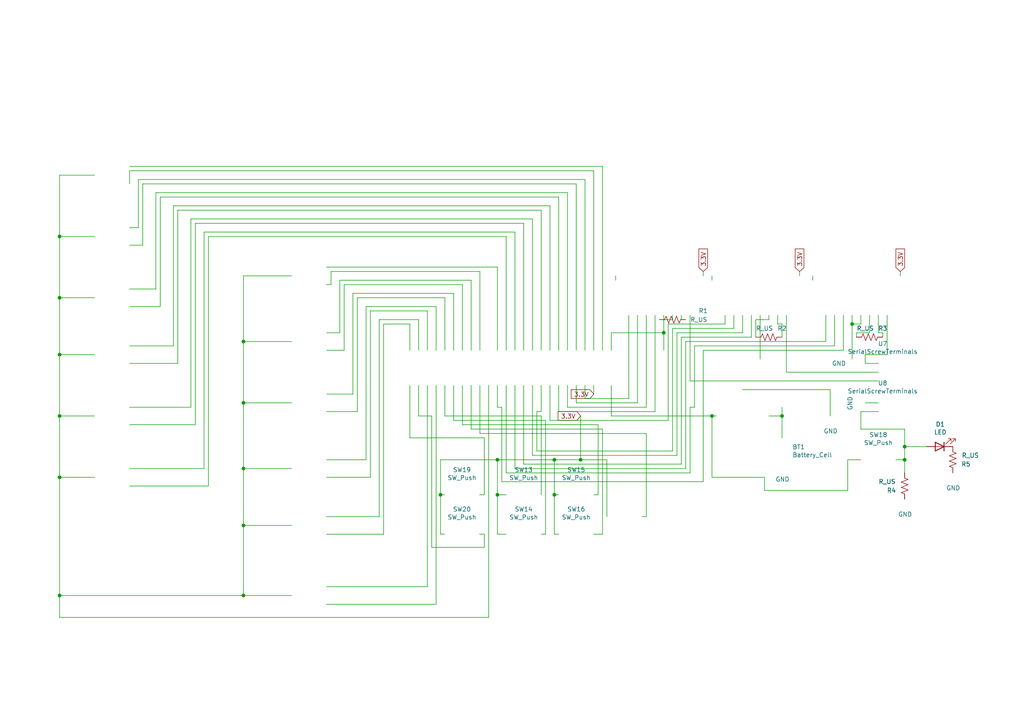
<source format=kicad_sch>
(kicad_sch (version 20211123) (generator eeschema)
  (paper "A4")
  (title_block (title "Launchbox") (date "2020-09-14") (rev "v01") (comment 4 "Author: Ankit Khandelwal"))
  (lib_symbols
    (symbol "Device:LED" (pin_numbers hide) (pin_names (offset 1.016) hide)
      (property "Reference" "D" (at 0 2.54 0))
      (property "Value" "LED" (at 0 -2.54 0))
      (symbol "LED_0_1"
        (polyline (pts (xy -1.27 -1.27) (xy -1.27 1.27)) (stroke (width 0.254)))
        (polyline (pts (xy -1.27 0) (xy 1.27 0)))
        (polyline (pts (xy 1.27 -1.27) (xy 1.27 1.27) (xy -1.27 0) (xy 1.27 -1.27)) (stroke (width 0.254)))
        (polyline (pts (xy -3.048 -0.762) (xy -4.572 -2.286) (xy -3.81 -2.286) (xy -4.572 -2.286) (xy -4.572 -1.524)))
        (polyline (pts (xy -1.778 -0.762) (xy -3.302 -2.286) (xy -2.54 -2.286) (xy -3.302 -2.286) (xy -3.302 -1.524)))
      )
      (symbol "LED_1_1"
        (pin passive line (at -3.81 0 0) (length 2.54) (name "K") (number "1"))
        (pin passive line (at 3.81 0 180) (length 2.54) (name "A") (number "2"))
      )
    )
    (symbol "Device:R_US" (pin_numbers hide) (pin_names (offset 0))
      (property "Reference" "R" (at 2.54 0 90))
      (property "Value" "R_US" (at -2.54 0 90))
      (symbol "R_US_0_1"
        (polyline (pts (xy 0 -2.286) (xy 0 -2.54)))
        (polyline (pts (xy 0 2.286) (xy 0 2.54)))
        (polyline (pts (xy 0 -0.762) (xy 1.016 -1.143) (xy 0 -1.524) (xy -1.016 -1.905) (xy 0 -2.286)))
        (polyline (pts (xy 0 0.762) (xy 1.016 0.381) (xy 0 0) (xy -1.016 -0.381) (xy 0 -0.762)))
        (polyline (pts (xy 0 2.286) (xy 1.016 1.905) (xy 0 1.524) (xy -1.016 1.143) (xy 0 0.762)))
      )
      (symbol "R_US_1_1"
        (pin passive line (at 0 3.81 270) (length 1.27) (name "~") (number "1"))
        (pin passive line (at 0 -3.81 90) (length 1.27) (name "~") (number "2"))
      )
    )
  )
  (junction (at 168.402 133.35))
  (junction (at 262.382 133.35))
  (junction (at 247.142 93.98))
  (junction (at 262.382 129.54))
  (junction (at 160.782 143.51))
  (junction (at 17.272 138.43))
  (junction (at 206.502 120.65))
  (junction (at 70.612 116.84))
  (junction (at 127.762 143.51))
  (junction (at 226.822 120.65))
  (junction (at 70.612 152.4))
  (junction (at 192.532 96.52))
  (junction (at 70.612 135.89))
  (junction (at 17.272 102.87))
  (junction (at 17.272 120.65))
  (junction (at 70.612 99.06))
  (junction (at 160.782 133.35))
  (junction (at 17.272 86.36))
  (junction (at 17.272 172.72))
  (junction (at 17.272 68.58))
  (junction (at 144.272 143.51))
  (junction (at 144.272 133.35))
  (junction (at 70.612 172.72))
  (wire (pts (xy 210.312 93.98) (xy 210.312 91.44)))
  (wire (pts (xy 127.762 154.94) (xy 128.905 154.94)))
  (wire (pts (xy 70.612 99.06) (xy 70.612 116.84)))
  (wire (pts (xy 140.462 154.94) (xy 140.462 158.75)))
  (wire (pts (xy 169.672 111.76) (xy 169.672 115.57)))
  (wire (pts (xy 123.952 90.17) (xy 123.952 101.6)))
  (wire (pts (xy 252.222 96.52) (xy 252.222 91.44)))
  (wire (pts (xy 158.242 121.92) (xy 131.572 121.92)))
  (wire (pts (xy 84.582 99.06) (xy 70.612 99.06)))
  (wire (pts (xy 155.702 130.81) (xy 195.072 130.81)))
  (wire (pts (xy 102.362 114.3) (xy 102.362 85.09)))
  (wire (pts (xy 107.442 90.17) (xy 123.952 90.17)))
  (wire (pts (xy 41.402 53.34) (xy 167.132 53.34)))
  (wire (pts (xy 27.432 86.36) (xy 17.272 86.36)))
  (wire (pts (xy 102.362 85.09) (xy 131.572 85.09)))
  (wire (pts (xy 223.012 92.71) (xy 223.012 91.44)))
  (wire (pts (xy 219.202 97.79) (xy 219.202 92.71)))
  (wire (pts (xy 231.902 80.01) (xy 231.902 78.74)))
  (wire (pts (xy 247.142 93.98) (xy 247.142 104.14)))
  (wire (pts (xy 245.872 142.24) (xy 245.872 133.35)))
  (wire (pts (xy 262.382 133.35) (xy 262.382 137.16)))
  (wire (pts (xy 206.502 138.43) (xy 221.742 138.43)))
  (wire (pts (xy 221.742 138.43) (xy 221.742 142.24)))
  (wire (pts (xy 149.352 135.89) (xy 198.882 135.89)))
  (wire (pts (xy 186.182 149.86) (xy 187.452 149.86)))
  (wire (pts (xy 60.452 140.97) (xy 60.452 68.58)))
  (wire (pts (xy 126.492 175.26) (xy 126.492 111.76)))
  (wire (pts (xy 168.402 120.65) (xy 168.402 133.35)))
  (wire (pts (xy 139.065 143.51) (xy 140.462 143.51)))
  (wire (pts (xy 221.742 142.24) (xy 245.872 142.24)))
  (wire (pts (xy 228.092 91.44) (xy 228.092 107.95)))
  (wire (pts (xy 206.502 120.65) (xy 206.502 138.43)))
  (wire (pts (xy 249.682 124.46) (xy 249.682 119.38)))
  (wire (pts (xy 127.762 133.35) (xy 127.762 143.51)))
  (wire (pts (xy 99.822 82.55) (xy 134.112 82.55)))
  (wire (pts (xy 70.612 80.01) (xy 70.612 99.06)))
  (wire (pts (xy 84.582 116.84) (xy 70.612 116.84)))
  (wire (pts (xy 192.532 91.44) (xy 192.532 96.52)))
  (wire (pts (xy 129.032 86.36) (xy 129.032 101.6)))
  (wire (pts (xy 212.852 95.25) (xy 212.852 91.44)))
  (wire (pts (xy 17.272 172.72) (xy 17.272 179.07)))
  (wire (pts (xy 51.562 105.41) (xy 51.562 60.96)))
  (wire (pts (xy 118.872 127) (xy 118.872 111.76)))
  (wire (pts (xy 169.672 52.07) (xy 169.672 101.6)))
  (wire (pts (xy 173.482 143.51) (xy 173.482 123.19)))
  (wire (pts (xy 96.012 82.55) (xy 96.012 78.74)))
  (wire (pts (xy 70.612 172.72) (xy 84.582 172.72)))
  (wire (pts (xy 46.482 57.15) (xy 162.052 57.15)))
  (wire (pts (xy 51.562 60.96) (xy 156.972 60.96)))
  (wire (pts (xy 99.822 101.6) (xy 99.822 82.55)))
  (wire (pts (xy 94.742 119.38) (xy 103.632 119.38)))
  (wire (pts (xy 154.432 63.5) (xy 154.432 101.6)))
  (wire (pts (xy 160.782 133.35) (xy 168.402 133.35)))
  (wire (pts (xy 262.382 124.46) (xy 249.682 124.46)))
  (wire (pts (xy 144.272 133.35) (xy 160.782 133.35)))
  (wire (pts (xy 250.952 116.84) (xy 254.762 116.84)))
  (wire (pts (xy 41.402 71.12) (xy 41.402 53.34)))
  (wire (pts (xy 37.592 49.53) (xy 172.212 49.53)))
  (wire (pts (xy 154.432 132.08) (xy 154.432 111.76)))
  (wire (pts (xy 162.052 143.51) (xy 160.782 143.51)))
  (wire (pts (xy 156.972 119.38) (xy 155.702 119.38)))
  (wire (pts (xy 70.612 135.89) (xy 70.612 152.4)))
  (wire (pts (xy 235.712 80.01) (xy 235.712 81.28)))
  (wire (pts (xy 257.302 91.44) (xy 257.302 102.87)))
  (wire (pts (xy 94.742 96.52) (xy 98.552 96.52)))
  (wire (pts (xy 70.612 152.4) (xy 70.612 172.72)))
  (wire (pts (xy 203.962 101.6) (xy 203.962 139.7)))
  (wire (pts (xy 187.452 125.73) (xy 139.192 125.73)))
  (wire (pts (xy 27.432 120.65) (xy 17.272 120.65)))
  (wire (pts (xy 215.392 91.44) (xy 215.392 96.52)))
  (wire (pts (xy 59.182 135.89) (xy 59.182 67.31)))
  (wire (pts (xy 111.252 93.98) (xy 118.872 93.98)))
  (wire (pts (xy 149.352 67.31) (xy 149.352 101.6)))
  (wire (pts (xy 196.342 132.08) (xy 154.432 132.08)))
  (wire (pts (xy 70.612 116.84) (xy 70.612 135.89)))
  (wire (pts (xy 45.212 55.88) (xy 164.592 55.88)))
  (wire (pts (xy 37.592 88.9) (xy 46.482 88.9)))
  (wire (pts (xy 201.422 118.11) (xy 200.152 118.11)))
  (wire (pts (xy 225.552 93.98) (xy 226.822 93.98)))
  (wire (pts (xy 206.502 120.65) (xy 207.772 120.65)))
  (wire (pts (xy 84.582 152.4) (xy 70.612 152.4)))
  (wire (pts (xy 248.412 97.79) (xy 248.412 96.52)))
  (wire (pts (xy 144.272 133.35) (xy 144.272 143.51)))
  (wire (pts (xy 156.972 60.96) (xy 156.972 101.6)))
  (wire (pts (xy 94.742 133.35) (xy 106.172 133.35)))
  (wire (pts (xy 27.432 68.58) (xy 17.272 68.58)))
  (wire (pts (xy 136.652 124.46) (xy 136.652 111.76)))
  (wire (pts (xy 191.262 92.71) (xy 195.072 92.71)))
  (wire (pts (xy 131.572 85.09) (xy 131.572 101.6)))
  (wire (pts (xy 228.092 107.95) (xy 254.762 107.95)))
  (wire (pts (xy 250.952 105.41) (xy 250.952 102.87)))
  (wire (pts (xy 98.552 81.28) (xy 136.652 81.28)))
  (wire (pts (xy 127.762 133.35) (xy 144.272 133.35)))
  (wire (pts (xy 139.192 78.74) (xy 139.192 101.6)))
  (wire (pts (xy 174.752 101.6) (xy 174.752 48.26)))
  (wire (pts (xy 94.742 138.43) (xy 107.442 138.43)))
  (wire (pts (xy 141.732 111.76) (xy 141.732 179.07)))
  (wire (pts (xy 129.032 120.65) (xy 129.032 111.76)))
  (wire (pts (xy 140.462 158.75) (xy 125.222 158.75)))
  (wire (pts (xy 197.612 134.62) (xy 197.612 97.79)))
  (wire (pts (xy 56.642 64.77) (xy 151.892 64.77)))
  (wire (pts (xy 200.152 118.11) (xy 200.152 137.16)))
  (wire (pts (xy 27.432 102.87) (xy 17.272 102.87)))
  (wire (pts (xy 107.442 138.43) (xy 107.442 90.17)))
  (wire (pts (xy 56.642 123.19) (xy 56.642 64.77)))
  (wire (pts (xy 27.432 138.43) (xy 17.272 138.43)))
  (wire (pts (xy 200.152 91.44) (xy 200.152 110.49)))
  (wire (pts (xy 195.072 92.71) (xy 195.072 91.44)))
  (wire (pts (xy 159.512 59.69) (xy 159.512 101.6)))
  (wire (pts (xy 151.892 134.62) (xy 197.612 134.62)))
  (wire (pts (xy 94.742 175.26) (xy 126.492 175.26)))
  (wire (pts (xy 17.272 120.65) (xy 17.272 138.43)))
  (wire (pts (xy 37.592 48.26) (xy 174.752 48.26)))
  (wire (pts (xy 156.972 120.65) (xy 129.032 120.65)))
  (wire (pts (xy 249.682 93.98) (xy 247.142 93.98)))
  (wire (pts (xy 169.672 115.57) (xy 182.372 115.57)))
  (wire (pts (xy 249.682 119.38) (xy 254.762 119.38)))
  (wire (pts (xy 162.052 119.38) (xy 189.992 119.38)))
  (wire (pts (xy 121.412 92.71) (xy 121.412 101.6)))
  (wire (pts (xy 172.212 111.76) (xy 172.212 114.3)))
  (wire (pts (xy 37.592 105.41) (xy 51.562 105.41)))
  (wire (pts (xy 156.972 111.76) (xy 156.972 119.38)))
  (wire (pts (xy 226.822 120.65) (xy 226.822 127)))
  (wire (pts (xy 151.892 64.77) (xy 151.892 101.6)))
  (wire (pts (xy 262.382 133.35) (xy 262.382 129.54)))
  (wire (pts (xy 37.592 135.89) (xy 59.182 135.89)))
  (wire (pts (xy 40.132 52.07) (xy 169.672 52.07)))
  (wire (pts (xy 37.592 118.11) (xy 55.372 118.11)))
  (wire (pts (xy 126.492 88.9) (xy 126.492 101.6)))
  (wire (pts (xy 146.812 137.16) (xy 146.812 111.76)))
  (wire (pts (xy 17.272 172.72) (xy 70.612 172.72)))
  (wire (pts (xy 226.822 120.65) (xy 223.012 120.65)))
  (wire (pts (xy 46.482 88.9) (xy 46.482 57.15)))
  (wire (pts (xy 164.592 118.11) (xy 187.452 118.11)))
  (wire (pts (xy 17.272 50.8) (xy 27.432 50.8)))
  (wire (pts (xy 121.412 120.65) (xy 121.412 111.76)))
  (wire (pts (xy 242.062 100.33) (xy 201.422 100.33)))
  (wire (pts (xy 60.452 68.58) (xy 146.812 68.58)))
  (wire (pts (xy 176.022 149.86) (xy 176.022 133.35)))
  (wire (pts (xy 125.222 158.75) (xy 125.222 120.65)))
  (wire (pts (xy 247.142 91.44) (xy 247.142 93.98)))
  (wire (pts (xy 160.782 143.51) (xy 160.782 154.94)))
  (wire (pts (xy 134.112 82.55) (xy 134.112 101.6)))
  (wire (pts (xy 184.912 116.84) (xy 184.912 91.44)))
  (wire (pts (xy 139.192 125.73) (xy 139.192 111.76)))
  (wire (pts (xy 159.512 111.76) (xy 159.512 121.92)))
  (wire (pts (xy 189.992 119.38) (xy 189.992 91.44)))
  (wire (pts (xy 37.592 123.19) (xy 56.642 123.19)))
  (wire (pts (xy 167.132 111.76) (xy 167.132 116.84)))
  (wire (pts (xy 94.742 170.18) (xy 123.952 170.18)))
  (wire (pts (xy 198.882 99.06) (xy 239.522 99.06)))
  (wire (pts (xy 159.512 121.92) (xy 193.802 121.92)))
  (wire (pts (xy 240.792 113.03) (xy 240.792 120.65)))
  (wire (pts (xy 203.962 80.01) (xy 203.962 78.74)))
  (wire (pts (xy 254.762 96.52) (xy 256.032 96.52)))
  (wire (pts (xy 106.172 88.9) (xy 126.492 88.9)))
  (wire (pts (xy 146.812 68.58) (xy 146.812 101.6)))
  (wire (pts (xy 17.272 102.87) (xy 17.272 120.65)))
  (wire (pts (xy 160.782 143.51) (xy 160.782 133.35)))
  (wire (pts (xy 109.982 149.86) (xy 109.982 92.71)))
  (wire (pts (xy 45.212 83.82) (xy 45.212 55.88)))
  (wire (pts (xy 177.292 101.6) (xy 177.292 96.52)))
  (wire (pts (xy 178.562 81.28) (xy 178.562 80.01)))
  (wire (pts (xy 177.292 120.65) (xy 206.502 120.65)))
  (wire (pts (xy 50.292 59.69) (xy 159.512 59.69)))
  (wire (pts (xy 219.202 92.71) (xy 223.012 92.71)))
  (wire (pts (xy 172.212 49.53) (xy 172.212 101.6)))
  (wire (pts (xy 55.372 118.11) (xy 55.372 63.5)))
  (wire (pts (xy 109.982 92.71) (xy 121.412 92.71)))
  (wire (pts (xy 200.152 110.49) (xy 254.762 110.49)))
  (wire (pts (xy 200.152 137.16) (xy 146.812 137.16)))
  (wire (pts (xy 197.612 91.44) (xy 197.612 92.71)))
  (wire (pts (xy 84.582 135.89) (xy 70.612 135.89)))
  (wire (pts (xy 197.612 97.79) (xy 217.932 97.79)))
  (wire (pts (xy 134.112 123.19) (xy 134.112 111.76)))
  (wire (pts (xy 158.242 154.94) (xy 158.242 121.92)))
  (wire (pts (xy 59.182 67.31) (xy 149.352 67.31)))
  (wire (pts (xy 103.632 119.38) (xy 103.632 86.36)))
  (wire (pts (xy 177.292 96.52) (xy 192.532 96.52)))
  (wire (pts (xy 172.212 154.94) (xy 174.752 154.94)))
  (wire (pts (xy 195.072 130.81) (xy 195.072 95.25)))
  (wire (pts (xy 123.952 170.18) (xy 123.952 111.76)))
  (wire (pts (xy 174.752 154.94) (xy 174.752 124.46)))
  (wire (pts (xy 156.972 143.51) (xy 156.972 120.65)))
  (wire (pts (xy 106.172 133.35) (xy 106.172 88.9)))
  (wire (pts (xy 196.342 96.52) (xy 196.342 132.08)))
  (wire (pts (xy 174.752 124.46) (xy 136.652 124.46)))
  (wire (pts (xy 17.272 102.87) (xy 17.272 86.36)))
  (wire (pts (xy 37.592 83.82) (xy 45.212 83.82)))
  (wire (pts (xy 192.532 96.52) (xy 192.532 101.6)))
  (wire (pts (xy 111.252 154.94) (xy 111.252 93.98)))
  (wire (pts (xy 37.592 140.97) (xy 60.452 140.97)))
  (wire (pts (xy 37.592 100.33) (xy 50.292 100.33)))
  (wire (pts (xy 121.412 120.65) (xy 125.222 120.65)))
  (wire (pts (xy 118.872 127) (xy 140.462 127)))
  (wire (pts (xy 145.542 139.7) (xy 145.542 118.11)))
  (wire (pts (xy 254.762 105.41) (xy 250.952 105.41)))
  (wire (pts (xy 94.742 82.55) (xy 96.012 82.55)))
  (wire (pts (xy 250.952 102.87) (xy 257.302 102.87)))
  (wire (pts (xy 249.682 91.44) (xy 249.682 93.98)))
  (wire (pts (xy 139.065 154.94) (xy 140.462 154.94)))
  (wire (pts (xy 262.382 129.54) (xy 268.732 129.54)))
  (wire (pts (xy 162.052 57.15) (xy 162.052 101.6)))
  (wire (pts (xy 98.552 96.52) (xy 98.552 81.28)))
  (wire (pts (xy 168.402 133.35) (xy 176.022 133.35)))
  (wire (pts (xy 225.552 91.44) (xy 225.552 93.98)))
  (wire (pts (xy 155.702 119.38) (xy 155.702 130.81)))
  (wire (pts (xy 160.782 154.94) (xy 162.052 154.94)))
  (wire (pts (xy 96.012 78.74) (xy 139.192 78.74)))
  (wire (pts (xy 201.422 100.33) (xy 201.422 118.11)))
  (wire (pts (xy 262.382 129.54) (xy 262.382 124.46)))
  (wire (pts (xy 146.812 143.51) (xy 144.272 143.51)))
  (wire (pts (xy 261.112 80.01) (xy 261.112 78.74)))
  (wire (pts (xy 94.742 114.3) (xy 102.362 114.3)))
  (wire (pts (xy 226.822 93.98) (xy 226.822 97.79)))
  (wire (pts (xy 156.972 154.94) (xy 158.242 154.94)))
  (wire (pts (xy 94.742 154.94) (xy 111.252 154.94)))
  (wire (pts (xy 198.882 135.89) (xy 198.882 99.06)))
  (wire (pts (xy 141.732 179.07) (xy 17.272 179.07)))
  (wire (pts (xy 197.612 92.71) (xy 198.882 92.71)))
  (wire (pts (xy 144.272 118.11) (xy 144.272 111.76)))
  (wire (pts (xy 256.032 96.52) (xy 256.032 97.79)))
  (wire (pts (xy 37.592 71.12) (xy 41.402 71.12)))
  (wire (pts (xy 187.452 149.86) (xy 187.452 125.73)))
  (wire (pts (xy 244.602 91.44) (xy 244.602 101.6)))
  (wire (pts (xy 151.892 111.76) (xy 151.892 134.62)))
  (wire (pts (xy 193.802 93.98) (xy 210.312 93.98)))
  (wire (pts (xy 118.872 93.98) (xy 118.872 101.6)))
  (wire (pts (xy 50.292 100.33) (xy 50.292 59.69)))
  (wire (pts (xy 167.132 53.34) (xy 167.132 101.6)))
  (wire (pts (xy 167.132 116.84) (xy 184.912 116.84)))
  (wire (pts (xy 17.272 68.58) (xy 17.272 50.8)))
  (wire (pts (xy 136.652 81.28) (xy 136.652 101.6)))
  (wire (pts (xy 215.392 96.52) (xy 196.342 96.52)))
  (wire (pts (xy 217.932 97.79) (xy 217.932 91.44)))
  (wire (pts (xy 239.522 99.06) (xy 239.522 91.44)))
  (wire (pts (xy 103.632 86.36) (xy 129.032 86.36)))
  (wire (pts (xy 172.212 143.51) (xy 173.482 143.51)))
  (wire (pts (xy 145.542 118.11) (xy 144.272 118.11)))
  (wire (pts (xy 37.592 66.04) (xy 40.132 66.04)))
  (wire (pts (xy 164.592 55.88) (xy 164.592 101.6)))
  (wire (pts (xy 203.962 139.7) (xy 145.542 139.7)))
  (wire (pts (xy 144.272 77.47) (xy 144.272 101.6)))
  (wire (pts (xy 55.372 63.5) (xy 154.432 63.5)))
  (wire (pts (xy 94.742 77.47) (xy 144.272 77.47)))
  (wire (pts (xy 94.742 149.86) (xy 109.982 149.86)))
  (wire (pts (xy 134.112 123.19) (xy 173.482 123.19)))
  (wire (pts (xy 164.592 111.76) (xy 164.592 118.11)))
  (wire (pts (xy 140.462 143.51) (xy 140.462 127)))
  (wire (pts (xy 187.452 118.11) (xy 187.452 91.44)))
  (wire (pts (xy 254.762 91.44) (xy 254.762 96.52)))
  (wire (pts (xy 248.412 96.52) (xy 252.222 96.52)))
  (wire (pts (xy 94.742 101.6) (xy 99.822 101.6)))
  (wire (pts (xy 206.502 80.01) (xy 206.502 81.28)))
  (wire (pts (xy 17.272 138.43) (xy 17.272 172.72)))
  (wire (pts (xy 17.272 86.36) (xy 17.272 68.58)))
  (wire (pts (xy 182.372 115.57) (xy 182.372 91.44)))
  (wire (pts (xy 40.132 66.04) (xy 40.132 52.07)))
  (wire (pts (xy 193.802 121.92) (xy 193.802 93.98)))
  (wire (pts (xy 244.602 101.6) (xy 203.962 101.6)))
  (wire (pts (xy 127.762 143.51) (xy 127.762 154.94)))
  (wire (pts (xy 245.872 133.35) (xy 249.682 133.35)))
  (wire (pts (xy 128.905 143.51) (xy 127.762 143.51)))
  (wire (pts (xy 215.392 113.03) (xy 240.792 113.03)))
  (wire (pts (xy 242.062 91.44) (xy 242.062 100.33)))
  (wire (pts (xy 220.472 91.44) (xy 220.472 104.14)))
  (wire (pts (xy 177.292 120.65) (xy 177.292 111.76)))
  (wire (pts (xy 262.382 133.35) (xy 259.842 133.35)))
  (wire (pts (xy 131.572 121.92) (xy 131.572 111.76)))
  (wire (pts (xy 226.822 118.11) (xy 226.822 120.65)))
  (wire (pts (xy 195.072 95.25) (xy 212.852 95.25)))
  (wire (pts (xy 149.352 111.76) (xy 149.352 135.89)))
  (wire (pts (xy 37.592 53.34) (xy 37.592 49.53)))
  (wire (pts (xy 84.582 80.01) (xy 70.612 80.01)))
  (wire (pts (xy 144.272 143.51) (xy 144.272 154.94)))
  (wire (pts (xy 144.272 154.94) (xy 146.812 154.94)))
  (wire (pts (xy 162.052 111.76) (xy 162.052 119.38)))
  (global_label "3.3V" (shape input) (at 261.112 78.74 90) (property "Intersheet References" "${INTERSHEET_REFS}" (effects hide)))
  (global_label "3.3V" (shape input) (at 172.212 114.3 180) (property "Intersheet References" "${INTERSHEET_REFS}" (effects hide)))
  (global_label "3.3V" (shape input) (at 203.962 78.74 90) (property "Intersheet References" "${INTERSHEET_REFS}" (effects hide)))
  (global_label "3.3V" (shape input) (at 231.902 78.74 90) (property "Intersheet References" "${INTERSHEET_REFS}" (effects hide)))
  (global_label "3.3V" (shape input) (at 168.402 120.65 180) (property "Intersheet References" "${INTERSHEET_REFS}" (effects hide)))
  (symbol (lib_id "Launchbox-rescue:SW_SPDT_MSM-Switch") (at 32.512 50.8 0) (unit 1)
    (property "Reference" "SW1" (at 32.512 43.561 0))
    (property "Value" "SW_SPDT_MSM" (at 32.512 45.8724 0))
    (property "Footprint" "Launchbox:SPDT_Slide_Switch" (effects hide))
  )
  (symbol (lib_id "Launchbox-rescue:SW_SPDT_MSM-Switch") (at 32.512 68.58 0) (unit 1)
    (property "Reference" "SW2" (at 32.512 61.341 0))
    (property "Value" "SW_SPDT_MSM" (at 32.512 63.6524 0))
    (property "Footprint" "Launchbox:SPDT_Slide_Switch" (effects hide))
  )
  (symbol (lib_id "Launchbox-rescue:SW_SPDT_MSM-Switch") (at 32.512 86.36 0) (unit 1)
    (property "Reference" "SW3" (at 32.512 79.121 0))
    (property "Value" "SW_SPDT_MSM" (at 32.512 81.4324 0))
    (property "Footprint" "Launchbox:SPDT_Slide_Switch" (effects hide))
  )
  (symbol (lib_id "Launchbox-rescue:SW_SPDT_MSM-Switch") (at 32.512 102.87 0) (unit 1)
    (property "Reference" "SW4" (at 32.512 95.631 0))
    (property "Value" "SW_SPDT_MSM" (at 32.512 97.9424 0))
    (property "Footprint" "Launchbox:SPDT_Slide_Switch" (effects hide))
  )
  (symbol (lib_id "Launchbox-rescue:SW_SPDT_MSM-Switch") (at 89.662 116.84 0) (unit 1)
    (property "Reference" "SW9" (at 89.662 109.601 0))
    (property "Value" "SW_SPDT_MSM" (at 89.662 111.9124 0))
    (property "Footprint" "Launchbox:SPDT_Slide_Switch" (effects hide))
  )
  (symbol (lib_id "Launchbox-rescue:SW_SPDT_MSM-Switch") (at 89.662 135.89 0) (unit 1)
    (property "Reference" "SW10" (at 89.662 128.651 0))
    (property "Value" "SW_SPDT_MSM" (at 89.662 130.9624 0))
    (property "Footprint" "Launchbox:SPDT_Slide_Switch" (effects hide))
  )
  (symbol (lib_id "Launchbox-rescue:SW_SPDT_MSM-Switch") (at 89.662 99.06 0) (unit 1)
    (property "Reference" "SW8" (at 89.662 91.821 0))
    (property "Value" "SW_SPDT_MSM" (at 89.662 94.1324 0))
    (property "Footprint" "Launchbox:SPDT_Slide_Switch" (effects hide))
  )
  (symbol (lib_id "Launchbox-rescue:SW_SPDT_MSM-Switch") (at 89.662 80.01 0) (unit 1)
    (property "Reference" "SW7" (at 89.662 72.771 0))
    (property "Value" "SW_SPDT_MSM" (at 89.662 75.0824 0))
    (property "Footprint" "Launchbox:SPDT_Slide_Switch" (effects hide))
  )
  (symbol (lib_id "Launchbox:Teensy3.6") (at 144.272 106.68 180) (unit 1)
    (property "Reference" "U1" (at 173.482 105.41 0) (effects (justify right)))
    (property "Value" "Teensy3.6" (at 167.132 107.95 0) (effects (justify right)))
    (property "Footprint" "Launchbox:Teensy 3.6" (effects hide))
  )
  (symbol (lib_id "Launchbox-rescue:SW_SPDT_MSM-Switch") (at 32.512 120.65 0) (unit 1)
    (property "Reference" "SW5" (at 32.512 113.411 0))
    (property "Value" "SW_SPDT_MSM" (at 32.512 115.7224 0))
    (property "Footprint" "Launchbox:SPDT_Slide_Switch" (effects hide))
  )
  (symbol (lib_id "Launchbox-rescue:SW_SPDT_MSM-Switch") (at 32.512 138.43 0) (unit 1)
    (property "Reference" "SW6" (at 32.512 131.191 0))
    (property "Value" "SW_SPDT_MSM" (at 32.512 133.5024 0))
    (property "Footprint" "Launchbox:SPDT_Slide_Switch" (effects hide))
  )
  (symbol (lib_id "Launchbox-rescue:SW_SPDT_MSM-Switch") (at 89.662 152.4 0) (unit 1)
    (property "Reference" "SW11" (at 89.662 145.161 0))
    (property "Value" "SW_SPDT_MSM" (at 89.662 147.4724 0))
    (property "Footprint" "Launchbox:SPDT_Slide_Switch" (effects hide))
  )
  (symbol (lib_id "Launchbox-rescue:SW_SPDT_MSM-Switch") (at 89.662 172.72 0) (unit 1)
    (property "Reference" "SW12" (at 89.662 165.481 0))
    (property "Value" "SW_SPDT_MSM" (at 89.662 167.7924 0))
    (property "Footprint" "Launchbox:SPDT_Slide_Switch" (effects hide))
  )
  (symbol (lib_id "Launchbox-rescue:Battery_Cell-Device") (at 226.822 132.08 0) (unit 1)
    (property "Reference" "BT1" (at 229.8192 129.6416 0) (effects (justify left)))
    (property "Value" "Battery_Cell" (at 229.8192 131.953 0) (effects (justify left)))
    (property "Footprint" "Launchbox:Lipo_Battery_Connector" (effects hide))
  )
  (symbol (lib_id "Launchbox-rescue:GND-power") (at 226.822 134.62 0) (unit 1)
    (property "Reference" "#PWR03" (effects hide))
    (property "Value" "GND" (at 226.949 139.0142 0))
  )
  (symbol (lib_id "Launchbox-rescue:L7805-Regulator_Linear") (at 215.392 120.65 180) (unit 1)
    (property "Reference" "U2" (at 215.392 124.4346 0))
    (property "Value" "L7805" (at 215.392 126.746 0))
    (property "Footprint" "Package_TO_SOT_THT:TO-220F-3_Horizontal_TabDown" (effects hide))
    (property "Datasheet" "http://www.st.com/content/ccc/resource/technical/document/datasheet/41/4f/b3/b0/12/d4/47/88/CD00000444.pdf/files/CD00000444.pdf/jcr:content/translations/en.CD00000444.pdf" (effects hide))
  )
  (symbol (lib_id "Launchbox-rescue:GND-power") (at 240.792 120.65 0) (unit 1)
    (property "Reference" "#PWR04" (effects hide))
    (property "Value" "GND" (at 240.919 125.0442 0))
  )
  (symbol (lib_id "Launchbox-rescue:GND-power") (at 192.532 101.6 0) (unit 1)
    (property "Reference" "#PWR02" (effects hide))
    (property "Value" "GND" (at 192.659 105.9942 0))
  )
  (symbol (lib_id "Launchbox-rescue:GND-power") (at 17.272 179.07 0) (unit 1)
    (property "Reference" "#PWR01" (effects hide))
    (property "Value" "GND" (at 17.399 183.4642 0))
  )
  (symbol (lib_id "Launchbox-rescue:SW_Push-Switch") (at 151.892 143.51 0) (unit 1)
    (property "Reference" "SW13" (at 151.892 136.271 0))
    (property "Value" "SW_Push" (at 151.892 138.5824 0))
    (property "Footprint" "Launchbox:Pushbutton" (effects hide))
  )
  (symbol (lib_id "Launchbox-rescue:SW_Push-Switch") (at 167.132 143.51 0) (unit 1)
    (property "Reference" "SW15" (at 167.132 136.271 0))
    (property "Value" "SW_Push" (at 167.132 138.5824 0))
    (property "Footprint" "Launchbox:Pushbutton" (effects hide))
  )
  (symbol (lib_id "Launchbox-rescue:SW_Push-Switch") (at 151.892 154.94 0) (unit 1)
    (property "Reference" "SW14" (at 151.892 147.701 0))
    (property "Value" "SW_Push" (at 151.892 150.0124 0))
    (property "Footprint" "Launchbox:Pushbutton" (effects hide))
  )
  (symbol (lib_id "Launchbox-rescue:SW_Push-Switch") (at 167.132 154.94 0) (unit 1)
    (property "Reference" "SW16" (at 167.132 147.701 0))
    (property "Value" "SW_Push" (at 167.132 150.0124 0))
    (property "Footprint" "Launchbox:Pushbutton" (effects hide))
  )
  (symbol (lib_id "Launchbox-rescue:SW_Push-Switch") (at 181.102 149.86 0) (unit 1)
    (property "Reference" "SW17" (at 181.102 142.621 0))
    (property "Value" "SW_Push" (at 181.102 144.9324 0))
    (property "Footprint" "Launchbox:Pushbutton" (effects hide))
  )
  (symbol (lib_id "Launchbox-rescue:GND-power") (at 178.562 81.28 0) (unit 1)
    (property "Reference" "#PWR06" (effects hide))
    (property "Value" "GND" (at 178.689 85.6742 0))
  )
  (symbol (lib_id "Launchbox:SerialScrewTerminals") (at 254.762 107.95 270) (unit 1)
    (property "Reference" "U7" (at 256.0066 99.695 90))
    (property "Value" "SerialScrewTerminals" (at 256.0066 102.0064 90))
    (property "Footprint" "Launchbox:ScrewTerminals" (effects hide))
  )
  (symbol (lib_id "Launchbox:SerialScrewTerminals") (at 254.762 119.38 270) (unit 1)
    (property "Reference" "U8" (at 256.0066 111.125 90))
    (property "Value" "SerialScrewTerminals" (at 256.0066 113.4364 90))
    (property "Footprint" "Launchbox:ScrewTerminals" (effects hide))
  )
  (symbol (lib_id "Launchbox-rescue:GND-power") (at 250.952 116.84 270) (unit 1)
    (property "Reference" "#PWR014" (effects hide))
    (property "Value" "GND" (at 246.5578 116.967 0))
  )
  (symbol (lib_id "Launchbox-rescue:VCC-power") (at 226.822 118.11 0) (unit 1)
    (property "Reference" "#PWR010" (effects hide))
    (property "Value" "VCC" (at 227.203 113.7158 0))
  )
  (symbol (lib_id "Device:LED") (at 272.542 129.54 180) (unit 1)
    (property "Reference" "D1" (at 272.7198 123.063 0))
    (property "Value" "LED" (at 272.7198 125.3744 0))
    (property "Footprint" "LED_THT:LED_D5.0mm" (effects hide))
  )
  (symbol (lib_id "Device:R_US") (at 276.352 133.35 180) (unit 1)
    (property "Reference" "R5" (at 280.162 134.62 0))
    (property "Value" "R_US" (at 281.432 132.08 0))
    (property "Footprint" "Resistor_THT:R_Axial_DIN0207_L6.3mm_D2.5mm_P7.62mm_Horizontal" (effects hide))
  )
  (symbol (lib_id "Launchbox-rescue:GND-power") (at 276.352 137.16 0) (unit 1)
    (property "Reference" "#PWR05" (effects hide))
    (property "Value" "GND" (at 276.479 141.5542 0))
  )
  (symbol (lib_id "Device:R_US") (at 223.012 97.79 270) (unit 1)
    (property "Reference" "R2" (at 226.822 95.25 90))
    (property "Value" "R_US" (at 221.742 95.25 90))
    (property "Footprint" "Resistor_THT:R_Axial_DIN0207_L6.3mm_D2.5mm_P7.62mm_Horizontal" (effects hide))
  )
  (symbol (lib_id "Device:R_US") (at 195.072 92.71 270) (unit 1)
    (property "Reference" "R1" (at 203.962 90.17 90))
    (property "Value" "R_US" (at 202.692 92.71 90))
    (property "Footprint" "Resistor_THT:R_Axial_DIN0207_L6.3mm_D2.5mm_P7.62mm_Horizontal" (effects hide))
  )
  (symbol (lib_id "Device:R_US") (at 252.222 97.79 270) (unit 1)
    (property "Reference" "R3" (at 256.032 95.25 90))
    (property "Value" "R_US" (at 250.952 95.25 90))
    (property "Footprint" "Resistor_THT:R_Axial_DIN0207_L6.3mm_D2.5mm_P7.62mm_Horizontal" (effects hide))
  )
  (symbol (lib_id "Launchbox-rescue:GND-power") (at 247.142 104.14 0) (unit 1)
    (property "Reference" "#PWR013" (effects hide))
    (property "Value" "GND" (at 243.332 105.41 0))
  )
  (symbol (lib_id "Launchbox:HT12E") (at 191.262 77.47 270) (unit 1)
    (property "Reference" "U3" (at 186.182 69.85 90) (effects (justify left)))
    (property "Value" "HT12E" (at 189.992 69.85 90) (effects (justify left)))
    (property "Footprint" "Launchbox:HT12E" (effects hide))
  )
  (symbol (lib_id "Launchbox-rescue:GND-power") (at 220.472 104.14 0) (unit 1)
    (property "Reference" "#PWR09" (effects hide))
    (property "Value" "GND" (at 216.662 105.41 0))
  )
  (symbol (lib_id "Launchbox-rescue:SW_Push-Switch") (at 254.762 133.35 0) (unit 1)
    (property "Reference" "SW18" (at 254.762 126.111 0))
    (property "Value" "SW_Push" (at 254.762 128.4224 0))
    (property "Footprint" "Launchbox:Pushbutton" (effects hide))
  )
  (symbol (lib_id "Device:R_US") (at 262.382 140.97 180) (unit 1)
    (property "Reference" "R4" (at 258.572 142.24 0))
    (property "Value" "R_US" (at 257.302 139.7 0))
    (property "Footprint" "Resistor_THT:R_Axial_DIN0207_L6.3mm_D2.5mm_P7.62mm_Horizontal" (effects hide))
  )
  (symbol (lib_id "Launchbox-rescue:GND-power") (at 262.382 144.78 0) (unit 1)
    (property "Reference" "#PWR016" (effects hide))
    (property "Value" "GND" (at 262.509 149.1742 0))
  )
  (symbol (lib_id "Launchbox:HT12E") (at 219.202 77.47 270) (unit 1)
    (property "Reference" "U5" (at 215.392 69.85 90) (effects (justify left)))
    (property "Value" "HT12E" (at 219.202 69.85 90) (effects (justify left)))
    (property "Footprint" "Launchbox:HT12E" (effects hide))
  )
  (symbol (lib_id "Launchbox:HT12E") (at 248.412 77.47 270) (unit 1)
    (property "Reference" "U6" (at 243.332 69.85 90) (effects (justify left)))
    (property "Value" "HT12E" (at 248.412 69.85 90) (effects (justify left)))
    (property "Footprint" "Launchbox:HT12E" (effects hide))
  )
  (symbol (lib_id "Launchbox-rescue:GND-power") (at 206.502 81.28 0) (unit 1)
    (property "Reference" "#PWR08" (effects hide))
    (property "Value" "GND" (at 206.629 85.6742 0))
  )
  (symbol (lib_id "Launchbox-rescue:GND-power") (at 235.712 81.28 0) (unit 1)
    (property "Reference" "#PWR012" (effects hide))
    (property "Value" "GND" (at 235.839 85.6742 0))
  )
  (symbol (lib_id "Launchbox:SW_Push") (at 133.985 143.51 0) (unit 1)
    (property "Reference" "SW19" (at 133.985 136.271 0))
    (property "Value" "SW_Push" (at 133.985 138.5824 0))
  )
  (symbol (lib_id "Launchbox:SW_Push") (at 133.985 154.94 0) (unit 1)
    (property "Reference" "SW20" (at 133.985 147.701 0))
    (property "Value" "SW_Push" (at 133.985 150.0124 0))
  )
)
</source>
